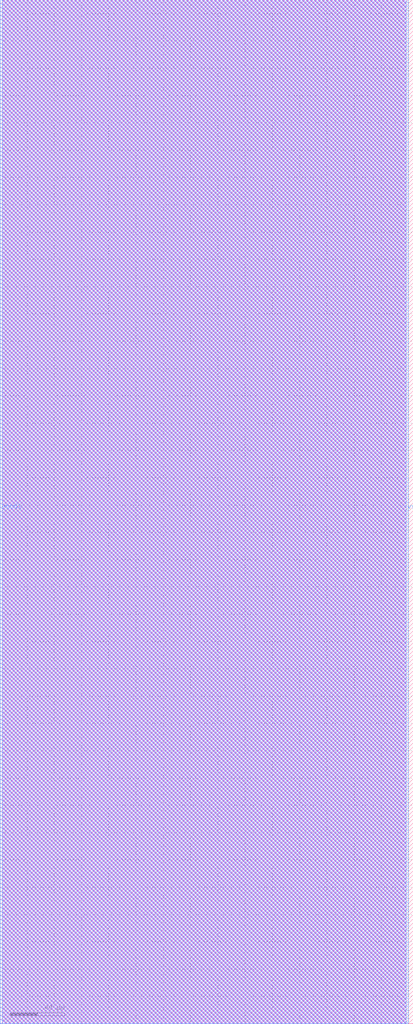
<source format=lef>
VERSION 5.7 ;
  NOWIREEXTENSIONATPIN ON ;
  DIVIDERCHAR "/" ;
  BUSBITCHARS "[]" ;
MACRO Art
  CLASS BLOCK ;
  FOREIGN Art ;
  ORIGIN -0.200 0.000 ;
  SIZE 302.920 BY 750.000 ;
  PIN vccd1
    DIRECTION INPUT ;
    USE POWER ;
    PORT
      LAYER met4 ;
        RECT 0.20000 0.00000 1.80000 750.00000 ;
    END
  END vccd1
  PIN vssd1
    DIRECTION INPUT ;
    USE GROUND ;
    PORT
      LAYER met4 ;
        RECT 298.20000 0.00000 299.80000 750.00000 ;
    END
  END vssd1
  OBS
    LAYER  met1 ;
      RECT  1.8 0.0 298.2 750.0 ;
	LAYER  met1 ;
      RECT  1.8 0.0 298.2 750.0 ;
	LAYER  met2 ;
      RECT  1.8 0.0 298.2 750.0 ;
	LAYER  met3 ;
      RECT  1.8 0.0 298.2 750.0 ;
	LAYER  met4 ;
      RECT  1.8 0.0 298.2 750.0 ;     
   END
END Art
END LIBRARY


</source>
